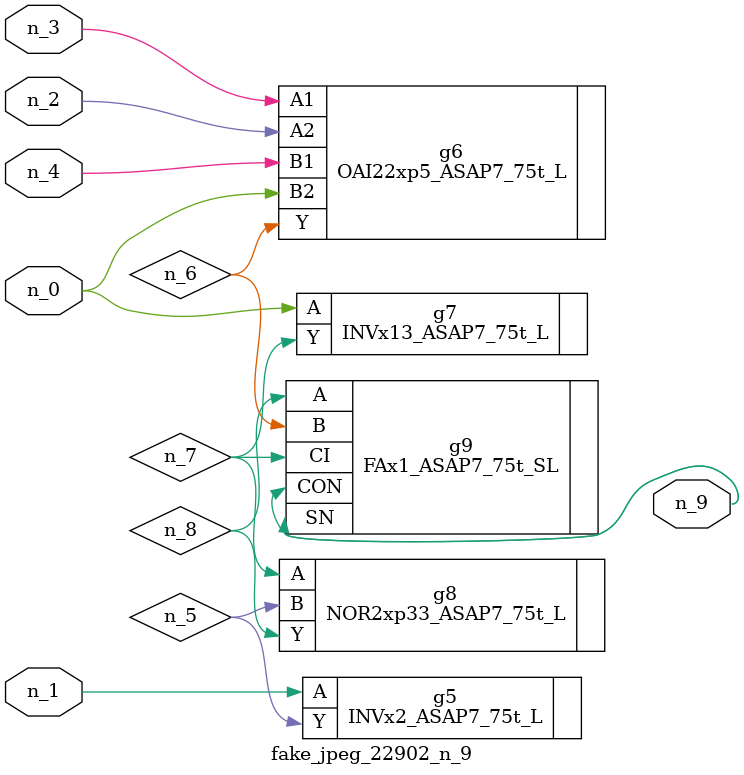
<source format=v>
module fake_jpeg_22902_n_9 (n_3, n_2, n_1, n_0, n_4, n_9);

input n_3;
input n_2;
input n_1;
input n_0;
input n_4;

output n_9;

wire n_8;
wire n_6;
wire n_5;
wire n_7;

INVx2_ASAP7_75t_L g5 ( 
.A(n_1),
.Y(n_5)
);

OAI22xp5_ASAP7_75t_L g6 ( 
.A1(n_3),
.A2(n_2),
.B1(n_4),
.B2(n_0),
.Y(n_6)
);

INVx13_ASAP7_75t_L g7 ( 
.A(n_0),
.Y(n_7)
);

NOR2xp33_ASAP7_75t_L g8 ( 
.A(n_7),
.B(n_5),
.Y(n_8)
);

FAx1_ASAP7_75t_SL g9 ( 
.A(n_8),
.B(n_6),
.CI(n_7),
.CON(n_9),
.SN(n_9)
);


endmodule
</source>
